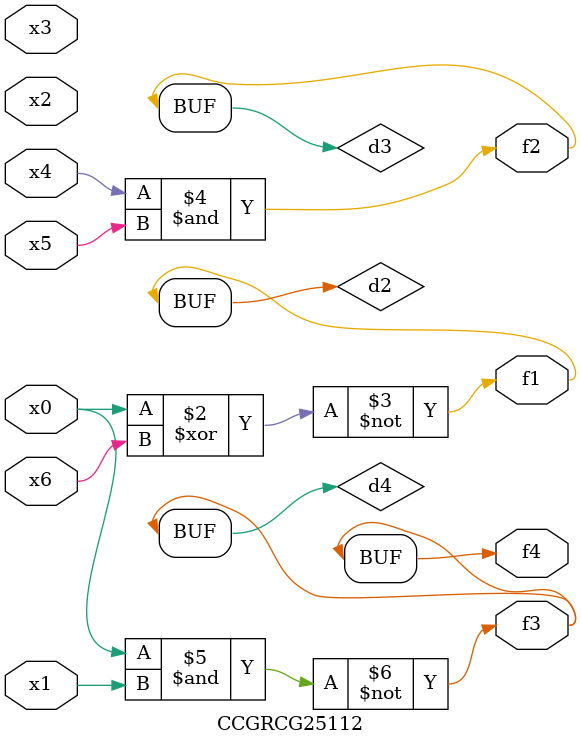
<source format=v>
module CCGRCG25112(
	input x0, x1, x2, x3, x4, x5, x6,
	output f1, f2, f3, f4
);

	wire d1, d2, d3, d4;

	nor (d1, x0);
	xnor (d2, x0, x6);
	and (d3, x4, x5);
	nand (d4, x0, x1);
	assign f1 = d2;
	assign f2 = d3;
	assign f3 = d4;
	assign f4 = d4;
endmodule

</source>
